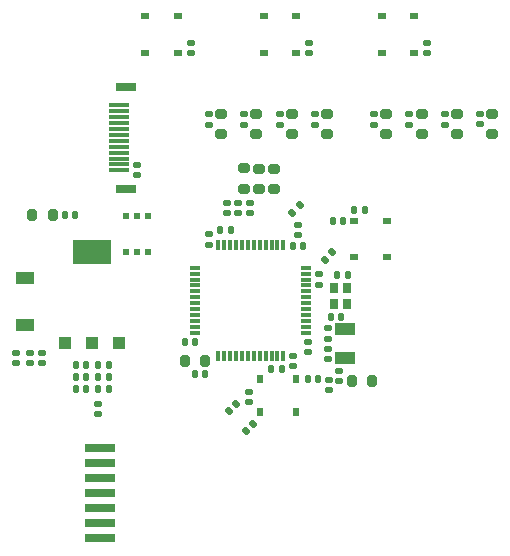
<source format=gbp>
G04*
G04 #@! TF.GenerationSoftware,Altium Limited,Altium Designer,26.2.0 (7)*
G04*
G04 Layer_Color=128*
%FSLAX44Y44*%
%MOMM*%
G71*
G04*
G04 #@! TF.SameCoordinates,5073EF85-569D-4715-B1C4-D54BA00D27BC*
G04*
G04*
G04 #@! TF.FilePolarity,Positive*
G04*
G01*
G75*
%ADD17R,1.7000X0.7000*%
%ADD18R,1.7000X0.3000*%
%ADD19R,2.5000X0.8000*%
G04:AMPARAMS|DCode=20|XSize=0.54mm|YSize=0.6mm|CornerRadius=0.0675mm|HoleSize=0mm|Usage=FLASHONLY|Rotation=0.000|XOffset=0mm|YOffset=0mm|HoleType=Round|Shape=RoundedRectangle|*
%AMROUNDEDRECTD20*
21,1,0.5400,0.4650,0,0,0.0*
21,1,0.4050,0.6000,0,0,0.0*
1,1,0.1350,0.2025,-0.2325*
1,1,0.1350,-0.2025,-0.2325*
1,1,0.1350,-0.2025,0.2325*
1,1,0.1350,0.2025,0.2325*
%
%ADD20ROUNDEDRECTD20*%
G04:AMPARAMS|DCode=32|XSize=0.54mm|YSize=0.6mm|CornerRadius=0.0675mm|HoleSize=0mm|Usage=FLASHONLY|Rotation=270.000|XOffset=0mm|YOffset=0mm|HoleType=Round|Shape=RoundedRectangle|*
%AMROUNDEDRECTD32*
21,1,0.5400,0.4650,0,0,270.0*
21,1,0.4050,0.6000,0,0,270.0*
1,1,0.1350,-0.2325,-0.2025*
1,1,0.1350,-0.2325,0.2025*
1,1,0.1350,0.2325,0.2025*
1,1,0.1350,0.2325,-0.2025*
%
%ADD32ROUNDEDRECTD32*%
G04:AMPARAMS|DCode=33|XSize=0.54mm|YSize=0.6mm|CornerRadius=0.0675mm|HoleSize=0mm|Usage=FLASHONLY|Rotation=225.000|XOffset=0mm|YOffset=0mm|HoleType=Round|Shape=RoundedRectangle|*
%AMROUNDEDRECTD33*
21,1,0.5400,0.4650,0,0,225.0*
21,1,0.4050,0.6000,0,0,225.0*
1,1,0.1350,-0.3076,0.0212*
1,1,0.1350,-0.0212,0.3076*
1,1,0.1350,0.3076,-0.0212*
1,1,0.1350,0.0212,-0.3076*
%
%ADD33ROUNDEDRECTD33*%
%ADD34R,1.5000X1.0000*%
%ADD35R,1.0000X1.0000*%
%ADD36R,0.6000X0.5000*%
%ADD37R,0.3000X0.9000*%
%ADD38R,0.9000X0.3000*%
%ADD39R,0.6500X0.6000*%
%ADD40R,0.6000X0.6500*%
%ADD41R,3.2500X2.1500*%
G04:AMPARAMS|DCode=42|XSize=0.95mm|YSize=0.8mm|CornerRadius=0.2mm|HoleSize=0mm|Usage=FLASHONLY|Rotation=0.000|XOffset=0mm|YOffset=0mm|HoleType=Round|Shape=RoundedRectangle|*
%AMROUNDEDRECTD42*
21,1,0.9500,0.4000,0,0,0.0*
21,1,0.5500,0.8000,0,0,0.0*
1,1,0.4000,0.2750,-0.2000*
1,1,0.4000,-0.2750,-0.2000*
1,1,0.4000,-0.2750,0.2000*
1,1,0.4000,0.2750,0.2000*
%
%ADD42ROUNDEDRECTD42*%
G04:AMPARAMS|DCode=43|XSize=0.95mm|YSize=0.8mm|CornerRadius=0.2mm|HoleSize=0mm|Usage=FLASHONLY|Rotation=90.000|XOffset=0mm|YOffset=0mm|HoleType=Round|Shape=RoundedRectangle|*
%AMROUNDEDRECTD43*
21,1,0.9500,0.4000,0,0,90.0*
21,1,0.5500,0.8000,0,0,90.0*
1,1,0.4000,0.2000,0.2750*
1,1,0.4000,0.2000,-0.2750*
1,1,0.4000,-0.2000,-0.2750*
1,1,0.4000,-0.2000,0.2750*
%
%ADD43ROUNDEDRECTD43*%
%ADD44R,0.8000X0.9000*%
%ADD45R,1.8000X1.0000*%
D17*
X109610Y455700D02*
D03*
Y369300D02*
D03*
D18*
X104110Y440000D02*
D03*
Y435000D02*
D03*
X104110Y430000D02*
D03*
Y425000D02*
D03*
Y420000D02*
D03*
X104110Y415000D02*
D03*
Y410000D02*
D03*
X104110Y405000D02*
D03*
Y400000D02*
D03*
Y395000D02*
D03*
X104110Y390000D02*
D03*
Y385000D02*
D03*
D19*
X87490Y137200D02*
D03*
Y124500D02*
D03*
Y111800D02*
D03*
Y99100D02*
D03*
Y86400D02*
D03*
Y73700D02*
D03*
Y149900D02*
D03*
D20*
X272290Y208026D02*
D03*
X263650D02*
D03*
X259844Y320548D02*
D03*
X251204D02*
D03*
X66410Y346964D02*
D03*
X311882Y351282D02*
D03*
X168404Y239776D02*
D03*
X168144Y212852D02*
D03*
X76123Y219925D02*
D03*
X86358Y200025D02*
D03*
Y210185D02*
D03*
Y220091D02*
D03*
X76123Y210019D02*
D03*
X76123Y199859D02*
D03*
X176784Y212852D02*
D03*
X57770Y346964D02*
D03*
X94998Y200025D02*
D03*
X67483Y219925D02*
D03*
X67483Y199859D02*
D03*
X284984Y342138D02*
D03*
X293624D02*
D03*
X94998Y220091D02*
D03*
X198376Y334772D02*
D03*
X189736D02*
D03*
X297436Y296418D02*
D03*
X288796D02*
D03*
X282954Y261112D02*
D03*
X291594D02*
D03*
X232916Y216662D02*
D03*
X241556D02*
D03*
X159764Y239776D02*
D03*
X67483Y210019D02*
D03*
X303242Y351282D02*
D03*
X94998Y210185D02*
D03*
D32*
X290322Y206500D02*
D03*
Y215140D02*
D03*
X179832Y330710D02*
D03*
Y322070D02*
D03*
X214630Y357126D02*
D03*
Y348486D02*
D03*
X273050Y296928D02*
D03*
Y288288D02*
D03*
X213868Y197106D02*
D03*
Y188466D02*
D03*
X281432Y198880D02*
D03*
Y207520D02*
D03*
X255778Y338582D02*
D03*
Y329942D02*
D03*
X86360Y187200D02*
D03*
Y178560D02*
D03*
X28218Y230634D02*
D03*
X38886Y230634D02*
D03*
X17042D02*
D03*
X264160Y240032D02*
D03*
X250952Y227840D02*
D03*
X280670Y233936D02*
D03*
Y225296D02*
D03*
X269748Y423670D02*
D03*
Y432310D02*
D03*
X319786Y423670D02*
D03*
Y432310D02*
D03*
X195326Y348488D02*
D03*
Y357128D02*
D03*
X239776Y423670D02*
D03*
Y432310D02*
D03*
X349758Y423670D02*
D03*
Y432310D02*
D03*
X204724Y348486D02*
D03*
Y357126D02*
D03*
X209804Y423790D02*
D03*
Y432430D02*
D03*
X379730Y423670D02*
D03*
Y432310D02*
D03*
X179832Y423790D02*
D03*
Y432430D02*
D03*
X409702Y423924D02*
D03*
Y432564D02*
D03*
X364744Y484500D02*
D03*
Y493140D02*
D03*
X164846Y484500D02*
D03*
Y493140D02*
D03*
X264414Y484500D02*
D03*
Y493140D02*
D03*
X17042Y221994D02*
D03*
X264160Y231392D02*
D03*
X250952Y219200D02*
D03*
X280670Y251208D02*
D03*
Y242568D02*
D03*
X119126Y380744D02*
D03*
Y389384D02*
D03*
X38886Y221994D02*
D03*
X28218Y221994D02*
D03*
D33*
X217177Y170187D02*
D03*
X211067Y164077D02*
D03*
X278377Y309365D02*
D03*
X284487Y315475D02*
D03*
X202699Y186951D02*
D03*
X196589Y180841D02*
D03*
X250685Y349237D02*
D03*
X256794Y355346D02*
D03*
D34*
X24384Y254426D02*
D03*
Y293796D02*
D03*
D35*
X57770Y238900D02*
D03*
X80770Y238900D02*
D03*
X103770Y238900D02*
D03*
D36*
X119126Y346216D02*
D03*
Y316216D02*
D03*
X128626Y316216D02*
D03*
X109626D02*
D03*
X128626Y346216D02*
D03*
X109626D02*
D03*
D37*
X203013Y228000D02*
D03*
X243013Y322000D02*
D03*
X218013Y228000D02*
D03*
X208013Y228000D02*
D03*
X238013Y322000D02*
D03*
X213013Y228000D02*
D03*
X243013D02*
D03*
X188013Y322000D02*
D03*
X198013Y228000D02*
D03*
X193013D02*
D03*
X188013D02*
D03*
X223013D02*
D03*
X228013D02*
D03*
X233013D02*
D03*
X208013Y322000D02*
D03*
X203013D02*
D03*
X198013D02*
D03*
X213013Y322000D02*
D03*
X218013D02*
D03*
X223013Y322000D02*
D03*
X228013D02*
D03*
X233013D02*
D03*
X238013Y228000D02*
D03*
X193013Y322000D02*
D03*
D38*
X262513Y292500D02*
D03*
X262513Y302499D02*
D03*
X262513Y287499D02*
D03*
Y247499D02*
D03*
X168513D02*
D03*
Y257499D02*
D03*
X168513Y272499D02*
D03*
Y277499D02*
D03*
X168513Y282499D02*
D03*
Y287499D02*
D03*
Y292499D02*
D03*
Y297499D02*
D03*
X168513Y302499D02*
D03*
X262513Y252499D02*
D03*
Y257499D02*
D03*
Y262499D02*
D03*
Y267499D02*
D03*
Y297499D02*
D03*
X262513Y272499D02*
D03*
Y277499D02*
D03*
X168513Y262499D02*
D03*
X262513Y282499D02*
D03*
X168513Y252499D02*
D03*
Y267499D02*
D03*
D39*
X326250Y484500D02*
D03*
Y515500D02*
D03*
X226250Y484500D02*
D03*
Y515500D02*
D03*
X126250Y484500D02*
D03*
Y515500D02*
D03*
X303242Y342398D02*
D03*
Y311398D02*
D03*
X330742Y342398D02*
D03*
Y311398D02*
D03*
X353750Y484500D02*
D03*
Y515500D02*
D03*
X153750Y484500D02*
D03*
Y515500D02*
D03*
X253750Y484500D02*
D03*
Y515500D02*
D03*
D40*
X254006Y180560D02*
D03*
X223006D02*
D03*
X254006Y208060D02*
D03*
X223006D02*
D03*
D41*
X80770Y316000D02*
D03*
D42*
X280000Y432430D02*
D03*
Y415430D02*
D03*
X330000Y432430D02*
D03*
Y415430D02*
D03*
X209804Y369566D02*
D03*
Y386566D02*
D03*
X250000Y432430D02*
D03*
Y415430D02*
D03*
X360000Y432430D02*
D03*
Y415430D02*
D03*
X222504Y369452D02*
D03*
Y386452D02*
D03*
X220000Y432430D02*
D03*
Y415430D02*
D03*
X390000Y432430D02*
D03*
Y415430D02*
D03*
X235458Y369452D02*
D03*
Y386452D02*
D03*
X190000Y432430D02*
D03*
Y415430D02*
D03*
X420000Y432430D02*
D03*
Y415430D02*
D03*
D43*
X300872Y206500D02*
D03*
X317872D02*
D03*
X47616Y346964D02*
D03*
X30616D02*
D03*
X176902Y223774D02*
D03*
X159902D02*
D03*
D44*
X297330Y271638D02*
D03*
Y285638D02*
D03*
X286330Y271638D02*
D03*
Y285638D02*
D03*
D45*
X295148Y250752D02*
D03*
Y225752D02*
D03*
M02*

</source>
